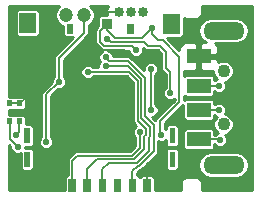
<source format=gbl>
G04 (created by PCBNEW (22-Jun-2014 BZR 4027)-stable) date Thu 04 Dec 2014 22:27:19 CET*
%MOIN*%
G04 Gerber Fmt 3.4, Leading zero omitted, Abs format*
%FSLAX34Y34*%
G01*
G70*
G90*
G04 APERTURE LIST*
%ADD10C,0.00590551*%
%ADD11C,0.012*%
%ADD12O,0.1378X0.0591*%
%ADD13R,0.0787X0.0472*%
%ADD14C,0.0433*%
%ADD15C,0.0334646*%
%ADD16R,0.0334646X0.0334646*%
%ADD17C,0.0472441*%
%ADD18C,0.0215*%
%ADD19C,0.006*%
%ADD20C,0.005*%
%ADD21C,0.0079*%
%ADD22C,0.01*%
G04 APERTURE END LIST*
G54D10*
G36*
X-255Y-3151D02*
X-511Y-3151D01*
X-511Y-2698D01*
X-255Y-2698D01*
X-255Y-3151D01*
X-255Y-3151D01*
G37*
G36*
X237Y-3151D02*
X-19Y-3151D01*
X-19Y-2698D01*
X237Y-2698D01*
X237Y-3151D01*
X237Y-3151D01*
G37*
G36*
X-757Y-3151D02*
X-1013Y-3151D01*
X-1013Y-2698D01*
X-757Y-2698D01*
X-757Y-3151D01*
X-757Y-3151D01*
G37*
G36*
X-1259Y-3151D02*
X-1515Y-3151D01*
X-1515Y-2698D01*
X-1259Y-2698D01*
X-1259Y-3151D01*
X-1259Y-3151D01*
G37*
G36*
X-1761Y-3151D02*
X-2017Y-3151D01*
X-2017Y-2698D01*
X-1761Y-2698D01*
X-1761Y-3151D01*
X-1761Y-3151D01*
G37*
G36*
X-2263Y-3151D02*
X-2519Y-3151D01*
X-2519Y-2698D01*
X-2263Y-2698D01*
X-2263Y-3151D01*
X-2263Y-3151D01*
G37*
G36*
X1033Y-2305D02*
X856Y-2305D01*
X856Y-1793D01*
X1033Y-1793D01*
X1033Y-2305D01*
X1033Y-2305D01*
G37*
G36*
X1033Y-1517D02*
X856Y-1517D01*
X856Y-1005D01*
X1033Y-1005D01*
X1033Y-1517D01*
X1033Y-1517D01*
G37*
G36*
X-3808Y-1517D02*
X-3985Y-1517D01*
X-3985Y-1005D01*
X-3808Y-1005D01*
X-3808Y-1517D01*
X-3808Y-1517D01*
G37*
G36*
X-3808Y-2305D02*
X-3985Y-2305D01*
X-3985Y-1793D01*
X-3808Y-1793D01*
X-3808Y-2305D01*
X-3808Y-2305D01*
G37*
G36*
X1201Y2124D02*
X650Y2124D01*
X650Y2793D01*
X1201Y2793D01*
X1201Y2124D01*
X1201Y2124D01*
G37*
G36*
X-3601Y2164D02*
X-4152Y2164D01*
X-4152Y2833D01*
X-3601Y2833D01*
X-3601Y2164D01*
X-3601Y2164D01*
G37*
G36*
X-345Y2144D02*
X-558Y2144D01*
X-558Y2459D01*
X-345Y2459D01*
X-345Y2144D01*
X-345Y2144D01*
G37*
G36*
X-2353Y2144D02*
X-2566Y2144D01*
X-2566Y2459D01*
X-2353Y2459D01*
X-2353Y2144D01*
X-2353Y2144D01*
G37*
G54D11*
X-1673Y-531D03*
X-1279Y-531D03*
X-2067Y-531D03*
X-2067Y-137D03*
X-1673Y-137D03*
X-1279Y-137D03*
X-1279Y-925D03*
X-1673Y-925D03*
X-2067Y-925D03*
G54D10*
G36*
X-4563Y-687D02*
X-4386Y-687D01*
X-4386Y-884D01*
X-4563Y-884D01*
X-4563Y-687D01*
X-4563Y-687D01*
G37*
G36*
X-4563Y-87D02*
X-4386Y-87D01*
X-4386Y-284D01*
X-4563Y-284D01*
X-4563Y-87D01*
X-4563Y-87D01*
G37*
G36*
X-4243Y-687D02*
X-4066Y-687D01*
X-4066Y-884D01*
X-4243Y-884D01*
X-4243Y-687D01*
X-4243Y-687D01*
G37*
G36*
X-4243Y-87D02*
X-4066Y-87D01*
X-4066Y-284D01*
X-4243Y-284D01*
X-4243Y-87D01*
X-4243Y-87D01*
G37*
G54D12*
X2652Y2245D03*
X2652Y-2243D03*
G54D13*
X1825Y-393D03*
X1825Y401D03*
X1825Y-1377D03*
X1825Y1379D03*
G54D14*
X2652Y-885D03*
X2652Y887D03*
G54D15*
X-829Y2872D03*
X-429Y2872D03*
G54D16*
X-1229Y2472D03*
G54D15*
X-29Y2872D03*
G54D17*
X-2598Y2754D03*
X-2007Y2754D03*
G54D18*
X-260Y1595D03*
X580Y-1225D03*
X-3260Y-1485D03*
X-2840Y535D03*
X260Y2335D03*
X225Y950D03*
X250Y-400D03*
X2500Y400D03*
X2500Y-400D03*
X-140Y-1125D03*
X-1280Y1075D03*
X-1880Y875D03*
X-1280Y1355D03*
X875Y150D03*
X-1220Y1975D03*
X2540Y-1405D03*
X-1900Y1735D03*
X-220Y1235D03*
X260Y1395D03*
X180Y-2245D03*
X2560Y1495D03*
X-3060Y815D03*
X-3800Y795D03*
X-4251Y-1251D03*
X-4212Y-1635D03*
G54D19*
X-2007Y2754D02*
X-2007Y2163D01*
X-2840Y1331D02*
X-2840Y535D01*
X-2007Y2163D02*
X-2840Y1331D01*
X-1460Y2242D02*
X-1229Y2472D01*
X-1460Y1875D02*
X-1460Y2242D01*
X-1320Y1735D02*
X-1460Y1875D01*
X-400Y1735D02*
X-1320Y1735D01*
X-260Y1595D02*
X-400Y1735D01*
X260Y2115D02*
X260Y2335D01*
X460Y1915D02*
X260Y2115D01*
X640Y1915D02*
X460Y1915D01*
X1180Y1375D02*
X640Y1915D01*
X1180Y-125D02*
X1180Y1375D01*
X540Y-765D02*
X1180Y-125D01*
X540Y-1185D02*
X540Y-765D01*
X580Y-1225D02*
X540Y-1185D01*
X-3260Y115D02*
X-3260Y-1485D01*
X-2840Y535D02*
X-3260Y115D01*
X-1229Y2264D02*
X-1229Y2472D01*
X260Y2335D02*
X-80Y1995D01*
X-80Y1995D02*
X-960Y1995D01*
X-960Y1995D02*
X-1229Y2264D01*
G54D20*
X225Y-375D02*
X225Y950D01*
X250Y-400D02*
X225Y-375D01*
X2499Y401D02*
X1825Y401D01*
X2500Y400D02*
X2499Y401D01*
X2493Y-393D02*
X1825Y-393D01*
X2500Y-400D02*
X2493Y-393D01*
X-2391Y-2096D02*
X-2391Y-2925D01*
X-2220Y-1925D02*
X-2391Y-2096D01*
X-400Y-1925D02*
X-2220Y-1925D01*
X-140Y-1665D02*
X-400Y-1925D01*
X-140Y-1125D02*
X-140Y-1665D01*
X-1387Y-2925D02*
X-1387Y-2372D01*
X-540Y1075D02*
X-1280Y1075D01*
X-99Y634D02*
X-540Y1075D01*
X-99Y-685D02*
X-99Y634D01*
X200Y-985D02*
X-99Y-685D01*
X200Y-1285D02*
X200Y-985D01*
X160Y-1325D02*
X200Y-1285D01*
X160Y-1765D02*
X160Y-1325D01*
X-240Y-2165D02*
X160Y-1765D01*
X-1180Y-2165D02*
X-240Y-2165D01*
X-1387Y-2372D02*
X-1180Y-2165D01*
X-1889Y-2925D02*
X-1889Y-2374D01*
X-500Y875D02*
X-1880Y875D01*
X-200Y575D02*
X-500Y875D01*
X-200Y-785D02*
X-200Y575D01*
X60Y-1045D02*
X-200Y-785D01*
X60Y-1225D02*
X60Y-1045D01*
X0Y-1285D02*
X60Y-1225D01*
X0Y-1705D02*
X0Y-1285D01*
X-340Y-2045D02*
X0Y-1705D01*
X-1560Y-2045D02*
X-340Y-2045D01*
X-1889Y-2374D02*
X-1560Y-2045D01*
X-383Y-2448D02*
X-200Y-2265D01*
X-200Y-2265D02*
X-160Y-2265D01*
X-160Y-2265D02*
X320Y-1785D01*
X320Y-1785D02*
X320Y-904D01*
X320Y-904D02*
X20Y-604D01*
X20Y-604D02*
X20Y675D01*
X20Y675D02*
X-540Y1235D01*
X-540Y1235D02*
X-1160Y1235D01*
X-1160Y1235D02*
X-1280Y1355D01*
X-383Y-2925D02*
X-383Y-2448D01*
X875Y850D02*
X875Y150D01*
X725Y1000D02*
X875Y850D01*
X100Y1755D02*
X120Y1735D01*
X120Y1735D02*
X520Y1735D01*
X520Y1735D02*
X725Y1530D01*
X725Y1530D02*
X725Y1000D01*
X0Y1855D02*
X100Y1755D01*
X-1100Y1855D02*
X0Y1855D01*
X-1220Y1975D02*
X-1100Y1855D01*
X2512Y-1377D02*
X1825Y-1377D01*
X2540Y-1405D02*
X2512Y-1377D01*
G54D21*
X-4154Y-185D02*
X-4140Y-185D01*
X-4035Y-80D02*
X-4035Y-80D01*
X-4140Y-185D02*
X-4035Y-80D01*
X-4474Y-185D02*
X-4154Y-185D01*
X-1750Y1585D02*
X-1900Y1735D01*
X-650Y1585D02*
X-1750Y1585D01*
X-300Y1235D02*
X-650Y1585D01*
X-220Y1235D02*
X-300Y1235D01*
X100Y1235D02*
X-220Y1235D01*
X260Y1395D02*
X100Y1235D01*
X-3800Y75D02*
X-3800Y795D01*
X-4035Y-80D02*
X-3980Y-25D01*
X-3980Y-25D02*
X-3900Y-25D01*
X-3900Y-25D02*
X-3800Y75D01*
X-4105Y-150D02*
X-4035Y-80D01*
X109Y-2925D02*
X109Y-2316D01*
X109Y-2316D02*
X180Y-2245D01*
X-1900Y1735D02*
X-1900Y1755D01*
X-1900Y1755D02*
X-1620Y2035D01*
X-1620Y2035D02*
X-1620Y2635D01*
X-1620Y2635D02*
X-1382Y2872D01*
X-1382Y2872D02*
X-829Y2872D01*
X-1800Y1635D02*
X-1900Y1735D01*
X1825Y1379D02*
X2444Y1379D01*
X2444Y1379D02*
X2560Y1495D01*
X-3060Y815D02*
X-3080Y795D01*
X-3080Y795D02*
X-3800Y795D01*
G54D20*
X-4154Y-1154D02*
X-4154Y-785D01*
X-4251Y-1251D02*
X-4154Y-1154D01*
X-4474Y-785D02*
X-4474Y-1372D01*
X-4474Y-1372D02*
X-4212Y-1635D01*
G54D10*
G36*
X-1610Y-550D02*
X-1653Y-593D01*
X-1673Y-573D01*
X-1692Y-593D01*
X-1735Y-550D01*
X-1715Y-531D01*
X-1735Y-511D01*
X-1692Y-468D01*
X-1673Y-488D01*
X-1653Y-468D01*
X-1610Y-511D01*
X-1630Y-531D01*
X-1610Y-550D01*
X-1610Y-550D01*
G37*
G54D22*
X-1610Y-550D02*
X-1653Y-593D01*
X-1673Y-573D01*
X-1692Y-593D01*
X-1735Y-550D01*
X-1715Y-531D01*
X-1735Y-511D01*
X-1692Y-468D01*
X-1673Y-488D01*
X-1653Y-468D01*
X-1610Y-511D01*
X-1630Y-531D01*
X-1610Y-550D01*
G54D10*
G36*
X-753Y2867D02*
X-824Y2796D01*
X-829Y2801D01*
X-835Y2796D01*
X-906Y2867D01*
X-900Y2872D01*
X-906Y2878D01*
X-835Y2948D01*
X-829Y2943D01*
X-824Y2948D01*
X-753Y2878D01*
X-759Y2872D01*
X-753Y2867D01*
X-753Y2867D01*
G37*
G54D22*
X-753Y2867D02*
X-824Y2796D01*
X-829Y2801D01*
X-835Y2796D01*
X-906Y2867D01*
X-900Y2872D01*
X-906Y2878D01*
X-835Y2948D01*
X-829Y2943D01*
X-824Y2948D01*
X-753Y2878D01*
X-759Y2872D01*
X-753Y2867D01*
G54D10*
G36*
X-276Y-926D02*
X-340Y-990D01*
X-376Y-1077D01*
X-376Y-1171D01*
X-340Y-1258D01*
X-294Y-1305D01*
X-294Y-1601D01*
X-463Y-1771D01*
X-966Y-1771D01*
X-966Y-969D01*
X-966Y-575D01*
X-966Y-181D01*
X-972Y-58D01*
X-1006Y23D01*
X-1079Y19D01*
X-1118Y-18D01*
X-1118Y135D01*
X-1234Y175D01*
X-1357Y169D01*
X-1439Y135D01*
X-1435Y62D01*
X-1279Y-94D01*
X-1122Y62D01*
X-1118Y135D01*
X-1118Y-18D01*
X-1236Y-137D01*
X-1079Y-293D01*
X-1006Y-297D01*
X-966Y-181D01*
X-966Y-575D01*
X-972Y-452D01*
X-1006Y-370D01*
X-1079Y-374D01*
X-1236Y-531D01*
X-1079Y-687D01*
X-1006Y-691D01*
X-966Y-575D01*
X-966Y-969D01*
X-972Y-846D01*
X-1006Y-764D01*
X-1079Y-768D01*
X-1118Y-806D01*
X-1118Y-803D01*
X-1122Y-730D01*
X-1124Y-728D01*
X-1122Y-725D01*
X-1118Y-652D01*
X-1234Y-612D01*
X-1240Y-612D01*
X-1279Y-573D01*
X-1298Y-593D01*
X-1341Y-550D01*
X-1321Y-531D01*
X-1341Y-511D01*
X-1298Y-468D01*
X-1279Y-488D01*
X-1235Y-445D01*
X-1200Y-443D01*
X-1118Y-409D01*
X-1122Y-336D01*
X-1124Y-334D01*
X-1122Y-331D01*
X-1118Y-258D01*
X-1234Y-218D01*
X-1240Y-218D01*
X-1279Y-179D01*
X-1298Y-199D01*
X-1341Y-156D01*
X-1321Y-137D01*
X-1364Y-93D01*
X-1366Y-58D01*
X-1400Y23D01*
X-1473Y19D01*
X-1476Y17D01*
X-1478Y19D01*
X-1512Y21D01*
X-1512Y135D01*
X-1628Y175D01*
X-1751Y169D01*
X-1833Y135D01*
X-1829Y62D01*
X-1673Y-94D01*
X-1516Y62D01*
X-1512Y135D01*
X-1512Y21D01*
X-1551Y23D01*
X-1591Y-92D01*
X-1591Y-98D01*
X-1630Y-137D01*
X-1610Y-156D01*
X-1653Y-199D01*
X-1673Y-179D01*
X-1692Y-199D01*
X-1735Y-156D01*
X-1715Y-137D01*
X-1758Y-93D01*
X-1760Y-58D01*
X-1794Y23D01*
X-1867Y19D01*
X-1870Y17D01*
X-1872Y19D01*
X-1906Y21D01*
X-1906Y135D01*
X-2022Y175D01*
X-2145Y169D01*
X-2227Y135D01*
X-2223Y62D01*
X-2067Y-94D01*
X-1910Y62D01*
X-1906Y135D01*
X-1906Y21D01*
X-1945Y23D01*
X-1985Y-92D01*
X-1985Y-98D01*
X-2024Y-137D01*
X-2004Y-156D01*
X-2047Y-199D01*
X-2067Y-179D01*
X-2109Y-221D01*
X-2109Y-137D01*
X-2266Y19D01*
X-2339Y23D01*
X-2379Y-92D01*
X-2373Y-215D01*
X-2339Y-297D01*
X-2266Y-293D01*
X-2109Y-137D01*
X-2109Y-221D01*
X-2110Y-222D01*
X-2145Y-224D01*
X-2227Y-258D01*
X-2223Y-331D01*
X-2221Y-334D01*
X-2223Y-336D01*
X-2227Y-409D01*
X-2111Y-449D01*
X-2105Y-449D01*
X-2067Y-488D01*
X-2047Y-468D01*
X-2004Y-511D01*
X-2024Y-531D01*
X-2004Y-550D01*
X-2047Y-593D01*
X-2067Y-573D01*
X-2109Y-615D01*
X-2109Y-531D01*
X-2266Y-374D01*
X-2339Y-370D01*
X-2379Y-486D01*
X-2373Y-609D01*
X-2339Y-691D01*
X-2266Y-687D01*
X-2109Y-531D01*
X-2109Y-615D01*
X-2110Y-616D01*
X-2145Y-618D01*
X-2227Y-652D01*
X-2223Y-725D01*
X-2221Y-728D01*
X-2223Y-730D01*
X-2227Y-803D01*
X-2111Y-843D01*
X-2105Y-843D01*
X-2067Y-882D01*
X-2047Y-862D01*
X-2004Y-905D01*
X-2024Y-925D01*
X-1981Y-968D01*
X-1979Y-1003D01*
X-1945Y-1085D01*
X-1872Y-1081D01*
X-1870Y-1079D01*
X-1867Y-1081D01*
X-1794Y-1085D01*
X-1754Y-969D01*
X-1754Y-963D01*
X-1715Y-925D01*
X-1735Y-905D01*
X-1692Y-862D01*
X-1673Y-882D01*
X-1653Y-862D01*
X-1610Y-905D01*
X-1630Y-925D01*
X-1587Y-968D01*
X-1585Y-1003D01*
X-1551Y-1085D01*
X-1478Y-1081D01*
X-1476Y-1079D01*
X-1473Y-1081D01*
X-1400Y-1085D01*
X-1360Y-969D01*
X-1360Y-963D01*
X-1321Y-925D01*
X-1341Y-905D01*
X-1298Y-862D01*
X-1279Y-882D01*
X-1235Y-839D01*
X-1200Y-837D01*
X-1118Y-803D01*
X-1118Y-806D01*
X-1236Y-925D01*
X-1079Y-1081D01*
X-1006Y-1085D01*
X-966Y-969D01*
X-966Y-1771D01*
X-1118Y-1771D01*
X-1118Y-1197D01*
X-1122Y-1124D01*
X-1279Y-967D01*
X-1435Y-1124D01*
X-1439Y-1197D01*
X-1323Y-1237D01*
X-1200Y-1231D01*
X-1118Y-1197D01*
X-1118Y-1771D01*
X-1512Y-1771D01*
X-1512Y-1197D01*
X-1516Y-1124D01*
X-1673Y-967D01*
X-1829Y-1124D01*
X-1833Y-1197D01*
X-1717Y-1237D01*
X-1594Y-1231D01*
X-1512Y-1197D01*
X-1512Y-1771D01*
X-1906Y-1771D01*
X-1906Y-1197D01*
X-1910Y-1124D01*
X-2067Y-967D01*
X-2109Y-1009D01*
X-2109Y-925D01*
X-2266Y-768D01*
X-2339Y-764D01*
X-2379Y-880D01*
X-2373Y-1003D01*
X-2339Y-1085D01*
X-2266Y-1081D01*
X-2109Y-925D01*
X-2109Y-1009D01*
X-2223Y-1124D01*
X-2227Y-1197D01*
X-2111Y-1237D01*
X-1988Y-1231D01*
X-1906Y-1197D01*
X-1906Y-1771D01*
X-2220Y-1771D01*
X-2278Y-1782D01*
X-2328Y-1816D01*
X-2499Y-1987D01*
X-2533Y-2037D01*
X-2545Y-2096D01*
X-2545Y-2569D01*
X-2591Y-2589D01*
X-2628Y-2625D01*
X-2647Y-2672D01*
X-2648Y-2724D01*
X-2648Y-3061D01*
X-4487Y-3061D01*
X-4487Y-1578D01*
X-4449Y-1616D01*
X-4449Y-1682D01*
X-4413Y-1769D01*
X-4346Y-1835D01*
X-4259Y-1871D01*
X-4165Y-1871D01*
X-4114Y-1850D01*
X-4114Y-2330D01*
X-4094Y-2377D01*
X-4058Y-2414D01*
X-4011Y-2433D01*
X-3959Y-2434D01*
X-3782Y-2434D01*
X-3735Y-2414D01*
X-3699Y-2378D01*
X-3679Y-2330D01*
X-3679Y-2279D01*
X-3679Y-1767D01*
X-3699Y-1720D01*
X-3735Y-1683D01*
X-3782Y-1664D01*
X-3834Y-1663D01*
X-3976Y-1663D01*
X-3976Y-1646D01*
X-3959Y-1646D01*
X-3782Y-1646D01*
X-3735Y-1626D01*
X-3699Y-1590D01*
X-3679Y-1542D01*
X-3679Y-1491D01*
X-3679Y-979D01*
X-3699Y-932D01*
X-3735Y-895D01*
X-3782Y-876D01*
X-3834Y-875D01*
X-3937Y-875D01*
X-3937Y-858D01*
X-3937Y-661D01*
X-3957Y-614D01*
X-3993Y-577D01*
X-4040Y-558D01*
X-4092Y-558D01*
X-4269Y-558D01*
X-4315Y-577D01*
X-4360Y-558D01*
X-4412Y-558D01*
X-4487Y-558D01*
X-4487Y-413D01*
X-4360Y-413D01*
X-4314Y-394D01*
X-4269Y-413D01*
X-4217Y-413D01*
X-4040Y-413D01*
X-3993Y-393D01*
X-3957Y-357D01*
X-3937Y-309D01*
X-3937Y-258D01*
X-3937Y-61D01*
X-3957Y-14D01*
X-3993Y22D01*
X-4040Y41D01*
X-4092Y41D01*
X-4269Y41D01*
X-4315Y22D01*
X-4360Y41D01*
X-4412Y41D01*
X-4487Y41D01*
X-4487Y3048D01*
X-2820Y3048D01*
X-2907Y2961D01*
X-2963Y2827D01*
X-2963Y2682D01*
X-2908Y2547D01*
X-2805Y2445D01*
X-2695Y2399D01*
X-2695Y2118D01*
X-2675Y2071D01*
X-2639Y2035D01*
X-2592Y2015D01*
X-2540Y2015D01*
X-2381Y2015D01*
X-2952Y1444D01*
X-2986Y1392D01*
X-2999Y1331D01*
X-2999Y710D01*
X-3040Y669D01*
X-3076Y582D01*
X-3076Y523D01*
X-3372Y227D01*
X-3406Y175D01*
X-3419Y115D01*
X-3419Y-1309D01*
X-3460Y-1350D01*
X-3472Y-1379D01*
X-3472Y2190D01*
X-3472Y2859D01*
X-3492Y2906D01*
X-3528Y2942D01*
X-3575Y2962D01*
X-3627Y2962D01*
X-4178Y2962D01*
X-4225Y2942D01*
X-4261Y2906D01*
X-4281Y2859D01*
X-4281Y2807D01*
X-4281Y2138D01*
X-4261Y2091D01*
X-4225Y2055D01*
X-4178Y2035D01*
X-4126Y2035D01*
X-3575Y2035D01*
X-3528Y2055D01*
X-3492Y2091D01*
X-3472Y2138D01*
X-3472Y2190D01*
X-3472Y-1379D01*
X-3496Y-1437D01*
X-3496Y-1531D01*
X-3460Y-1618D01*
X-3394Y-1685D01*
X-3307Y-1721D01*
X-3213Y-1721D01*
X-3126Y-1685D01*
X-3059Y-1619D01*
X-3023Y-1532D01*
X-3023Y-1438D01*
X-3059Y-1351D01*
X-3101Y-1309D01*
X-3101Y49D01*
X-2851Y298D01*
X-2793Y298D01*
X-2706Y334D01*
X-2639Y400D01*
X-2603Y487D01*
X-2603Y581D01*
X-2639Y668D01*
X-2681Y710D01*
X-2681Y1265D01*
X-1895Y2051D01*
X-1895Y2051D01*
X-1860Y2103D01*
X-1848Y2163D01*
X-1848Y2163D01*
X-1848Y2425D01*
X-1801Y2444D01*
X-1698Y2547D01*
X-1642Y2681D01*
X-1642Y2826D01*
X-1698Y2961D01*
X-1785Y3048D01*
X-1211Y3048D01*
X-1252Y2922D01*
X-1240Y2768D01*
X-1422Y2768D01*
X-1470Y2749D01*
X-1506Y2713D01*
X-1526Y2665D01*
X-1526Y2614D01*
X-1526Y2401D01*
X-1572Y2354D01*
X-1606Y2303D01*
X-1619Y2242D01*
X-1619Y1875D01*
X-1606Y1814D01*
X-1572Y1762D01*
X-1432Y1622D01*
X-1380Y1588D01*
X-1380Y1588D01*
X-1350Y1581D01*
X-1413Y1555D01*
X-1480Y1489D01*
X-1516Y1402D01*
X-1516Y1308D01*
X-1480Y1221D01*
X-1474Y1215D01*
X-1480Y1209D01*
X-1516Y1122D01*
X-1516Y1029D01*
X-1699Y1029D01*
X-1745Y1075D01*
X-1832Y1111D01*
X-1926Y1111D01*
X-2013Y1075D01*
X-2080Y1009D01*
X-2116Y922D01*
X-2116Y828D01*
X-2080Y741D01*
X-2014Y674D01*
X-1927Y638D01*
X-1833Y638D01*
X-1746Y674D01*
X-1699Y721D01*
X-563Y721D01*
X-354Y511D01*
X-354Y-785D01*
X-342Y-843D01*
X-308Y-893D01*
X-276Y-926D01*
X-276Y-926D01*
G37*
G54D22*
X-276Y-926D02*
X-340Y-990D01*
X-376Y-1077D01*
X-376Y-1171D01*
X-340Y-1258D01*
X-294Y-1305D01*
X-294Y-1601D01*
X-463Y-1771D01*
X-966Y-1771D01*
X-966Y-969D01*
X-966Y-575D01*
X-966Y-181D01*
X-972Y-58D01*
X-1006Y23D01*
X-1079Y19D01*
X-1118Y-18D01*
X-1118Y135D01*
X-1234Y175D01*
X-1357Y169D01*
X-1439Y135D01*
X-1435Y62D01*
X-1279Y-94D01*
X-1122Y62D01*
X-1118Y135D01*
X-1118Y-18D01*
X-1236Y-137D01*
X-1079Y-293D01*
X-1006Y-297D01*
X-966Y-181D01*
X-966Y-575D01*
X-972Y-452D01*
X-1006Y-370D01*
X-1079Y-374D01*
X-1236Y-531D01*
X-1079Y-687D01*
X-1006Y-691D01*
X-966Y-575D01*
X-966Y-969D01*
X-972Y-846D01*
X-1006Y-764D01*
X-1079Y-768D01*
X-1118Y-806D01*
X-1118Y-803D01*
X-1122Y-730D01*
X-1124Y-728D01*
X-1122Y-725D01*
X-1118Y-652D01*
X-1234Y-612D01*
X-1240Y-612D01*
X-1279Y-573D01*
X-1298Y-593D01*
X-1341Y-550D01*
X-1321Y-531D01*
X-1341Y-511D01*
X-1298Y-468D01*
X-1279Y-488D01*
X-1235Y-445D01*
X-1200Y-443D01*
X-1118Y-409D01*
X-1122Y-336D01*
X-1124Y-334D01*
X-1122Y-331D01*
X-1118Y-258D01*
X-1234Y-218D01*
X-1240Y-218D01*
X-1279Y-179D01*
X-1298Y-199D01*
X-1341Y-156D01*
X-1321Y-137D01*
X-1364Y-93D01*
X-1366Y-58D01*
X-1400Y23D01*
X-1473Y19D01*
X-1476Y17D01*
X-1478Y19D01*
X-1512Y21D01*
X-1512Y135D01*
X-1628Y175D01*
X-1751Y169D01*
X-1833Y135D01*
X-1829Y62D01*
X-1673Y-94D01*
X-1516Y62D01*
X-1512Y135D01*
X-1512Y21D01*
X-1551Y23D01*
X-1591Y-92D01*
X-1591Y-98D01*
X-1630Y-137D01*
X-1610Y-156D01*
X-1653Y-199D01*
X-1673Y-179D01*
X-1692Y-199D01*
X-1735Y-156D01*
X-1715Y-137D01*
X-1758Y-93D01*
X-1760Y-58D01*
X-1794Y23D01*
X-1867Y19D01*
X-1870Y17D01*
X-1872Y19D01*
X-1906Y21D01*
X-1906Y135D01*
X-2022Y175D01*
X-2145Y169D01*
X-2227Y135D01*
X-2223Y62D01*
X-2067Y-94D01*
X-1910Y62D01*
X-1906Y135D01*
X-1906Y21D01*
X-1945Y23D01*
X-1985Y-92D01*
X-1985Y-98D01*
X-2024Y-137D01*
X-2004Y-156D01*
X-2047Y-199D01*
X-2067Y-179D01*
X-2109Y-221D01*
X-2109Y-137D01*
X-2266Y19D01*
X-2339Y23D01*
X-2379Y-92D01*
X-2373Y-215D01*
X-2339Y-297D01*
X-2266Y-293D01*
X-2109Y-137D01*
X-2109Y-221D01*
X-2110Y-222D01*
X-2145Y-224D01*
X-2227Y-258D01*
X-2223Y-331D01*
X-2221Y-334D01*
X-2223Y-336D01*
X-2227Y-409D01*
X-2111Y-449D01*
X-2105Y-449D01*
X-2067Y-488D01*
X-2047Y-468D01*
X-2004Y-511D01*
X-2024Y-531D01*
X-2004Y-550D01*
X-2047Y-593D01*
X-2067Y-573D01*
X-2109Y-615D01*
X-2109Y-531D01*
X-2266Y-374D01*
X-2339Y-370D01*
X-2379Y-486D01*
X-2373Y-609D01*
X-2339Y-691D01*
X-2266Y-687D01*
X-2109Y-531D01*
X-2109Y-615D01*
X-2110Y-616D01*
X-2145Y-618D01*
X-2227Y-652D01*
X-2223Y-725D01*
X-2221Y-728D01*
X-2223Y-730D01*
X-2227Y-803D01*
X-2111Y-843D01*
X-2105Y-843D01*
X-2067Y-882D01*
X-2047Y-862D01*
X-2004Y-905D01*
X-2024Y-925D01*
X-1981Y-968D01*
X-1979Y-1003D01*
X-1945Y-1085D01*
X-1872Y-1081D01*
X-1870Y-1079D01*
X-1867Y-1081D01*
X-1794Y-1085D01*
X-1754Y-969D01*
X-1754Y-963D01*
X-1715Y-925D01*
X-1735Y-905D01*
X-1692Y-862D01*
X-1673Y-882D01*
X-1653Y-862D01*
X-1610Y-905D01*
X-1630Y-925D01*
X-1587Y-968D01*
X-1585Y-1003D01*
X-1551Y-1085D01*
X-1478Y-1081D01*
X-1476Y-1079D01*
X-1473Y-1081D01*
X-1400Y-1085D01*
X-1360Y-969D01*
X-1360Y-963D01*
X-1321Y-925D01*
X-1341Y-905D01*
X-1298Y-862D01*
X-1279Y-882D01*
X-1235Y-839D01*
X-1200Y-837D01*
X-1118Y-803D01*
X-1118Y-806D01*
X-1236Y-925D01*
X-1079Y-1081D01*
X-1006Y-1085D01*
X-966Y-969D01*
X-966Y-1771D01*
X-1118Y-1771D01*
X-1118Y-1197D01*
X-1122Y-1124D01*
X-1279Y-967D01*
X-1435Y-1124D01*
X-1439Y-1197D01*
X-1323Y-1237D01*
X-1200Y-1231D01*
X-1118Y-1197D01*
X-1118Y-1771D01*
X-1512Y-1771D01*
X-1512Y-1197D01*
X-1516Y-1124D01*
X-1673Y-967D01*
X-1829Y-1124D01*
X-1833Y-1197D01*
X-1717Y-1237D01*
X-1594Y-1231D01*
X-1512Y-1197D01*
X-1512Y-1771D01*
X-1906Y-1771D01*
X-1906Y-1197D01*
X-1910Y-1124D01*
X-2067Y-967D01*
X-2109Y-1009D01*
X-2109Y-925D01*
X-2266Y-768D01*
X-2339Y-764D01*
X-2379Y-880D01*
X-2373Y-1003D01*
X-2339Y-1085D01*
X-2266Y-1081D01*
X-2109Y-925D01*
X-2109Y-1009D01*
X-2223Y-1124D01*
X-2227Y-1197D01*
X-2111Y-1237D01*
X-1988Y-1231D01*
X-1906Y-1197D01*
X-1906Y-1771D01*
X-2220Y-1771D01*
X-2278Y-1782D01*
X-2328Y-1816D01*
X-2499Y-1987D01*
X-2533Y-2037D01*
X-2545Y-2096D01*
X-2545Y-2569D01*
X-2591Y-2589D01*
X-2628Y-2625D01*
X-2647Y-2672D01*
X-2648Y-2724D01*
X-2648Y-3061D01*
X-4487Y-3061D01*
X-4487Y-1578D01*
X-4449Y-1616D01*
X-4449Y-1682D01*
X-4413Y-1769D01*
X-4346Y-1835D01*
X-4259Y-1871D01*
X-4165Y-1871D01*
X-4114Y-1850D01*
X-4114Y-2330D01*
X-4094Y-2377D01*
X-4058Y-2414D01*
X-4011Y-2433D01*
X-3959Y-2434D01*
X-3782Y-2434D01*
X-3735Y-2414D01*
X-3699Y-2378D01*
X-3679Y-2330D01*
X-3679Y-2279D01*
X-3679Y-1767D01*
X-3699Y-1720D01*
X-3735Y-1683D01*
X-3782Y-1664D01*
X-3834Y-1663D01*
X-3976Y-1663D01*
X-3976Y-1646D01*
X-3959Y-1646D01*
X-3782Y-1646D01*
X-3735Y-1626D01*
X-3699Y-1590D01*
X-3679Y-1542D01*
X-3679Y-1491D01*
X-3679Y-979D01*
X-3699Y-932D01*
X-3735Y-895D01*
X-3782Y-876D01*
X-3834Y-875D01*
X-3937Y-875D01*
X-3937Y-858D01*
X-3937Y-661D01*
X-3957Y-614D01*
X-3993Y-577D01*
X-4040Y-558D01*
X-4092Y-558D01*
X-4269Y-558D01*
X-4315Y-577D01*
X-4360Y-558D01*
X-4412Y-558D01*
X-4487Y-558D01*
X-4487Y-413D01*
X-4360Y-413D01*
X-4314Y-394D01*
X-4269Y-413D01*
X-4217Y-413D01*
X-4040Y-413D01*
X-3993Y-393D01*
X-3957Y-357D01*
X-3937Y-309D01*
X-3937Y-258D01*
X-3937Y-61D01*
X-3957Y-14D01*
X-3993Y22D01*
X-4040Y41D01*
X-4092Y41D01*
X-4269Y41D01*
X-4315Y22D01*
X-4360Y41D01*
X-4412Y41D01*
X-4487Y41D01*
X-4487Y3048D01*
X-2820Y3048D01*
X-2907Y2961D01*
X-2963Y2827D01*
X-2963Y2682D01*
X-2908Y2547D01*
X-2805Y2445D01*
X-2695Y2399D01*
X-2695Y2118D01*
X-2675Y2071D01*
X-2639Y2035D01*
X-2592Y2015D01*
X-2540Y2015D01*
X-2381Y2015D01*
X-2952Y1444D01*
X-2986Y1392D01*
X-2999Y1331D01*
X-2999Y710D01*
X-3040Y669D01*
X-3076Y582D01*
X-3076Y523D01*
X-3372Y227D01*
X-3406Y175D01*
X-3419Y115D01*
X-3419Y-1309D01*
X-3460Y-1350D01*
X-3472Y-1379D01*
X-3472Y2190D01*
X-3472Y2859D01*
X-3492Y2906D01*
X-3528Y2942D01*
X-3575Y2962D01*
X-3627Y2962D01*
X-4178Y2962D01*
X-4225Y2942D01*
X-4261Y2906D01*
X-4281Y2859D01*
X-4281Y2807D01*
X-4281Y2138D01*
X-4261Y2091D01*
X-4225Y2055D01*
X-4178Y2035D01*
X-4126Y2035D01*
X-3575Y2035D01*
X-3528Y2055D01*
X-3492Y2091D01*
X-3472Y2138D01*
X-3472Y2190D01*
X-3472Y-1379D01*
X-3496Y-1437D01*
X-3496Y-1531D01*
X-3460Y-1618D01*
X-3394Y-1685D01*
X-3307Y-1721D01*
X-3213Y-1721D01*
X-3126Y-1685D01*
X-3059Y-1619D01*
X-3023Y-1532D01*
X-3023Y-1438D01*
X-3059Y-1351D01*
X-3101Y-1309D01*
X-3101Y49D01*
X-2851Y298D01*
X-2793Y298D01*
X-2706Y334D01*
X-2639Y400D01*
X-2603Y487D01*
X-2603Y581D01*
X-2639Y668D01*
X-2681Y710D01*
X-2681Y1265D01*
X-1895Y2051D01*
X-1895Y2051D01*
X-1860Y2103D01*
X-1848Y2163D01*
X-1848Y2163D01*
X-1848Y2425D01*
X-1801Y2444D01*
X-1698Y2547D01*
X-1642Y2681D01*
X-1642Y2826D01*
X-1698Y2961D01*
X-1785Y3048D01*
X-1211Y3048D01*
X-1252Y2922D01*
X-1240Y2768D01*
X-1422Y2768D01*
X-1470Y2749D01*
X-1506Y2713D01*
X-1526Y2665D01*
X-1526Y2614D01*
X-1526Y2401D01*
X-1572Y2354D01*
X-1606Y2303D01*
X-1619Y2242D01*
X-1619Y1875D01*
X-1606Y1814D01*
X-1572Y1762D01*
X-1432Y1622D01*
X-1380Y1588D01*
X-1380Y1588D01*
X-1350Y1581D01*
X-1413Y1555D01*
X-1480Y1489D01*
X-1516Y1402D01*
X-1516Y1308D01*
X-1480Y1221D01*
X-1474Y1215D01*
X-1480Y1209D01*
X-1516Y1122D01*
X-1516Y1029D01*
X-1699Y1029D01*
X-1745Y1075D01*
X-1832Y1111D01*
X-1926Y1111D01*
X-2013Y1075D01*
X-2080Y1009D01*
X-2116Y922D01*
X-2116Y828D01*
X-2080Y741D01*
X-2014Y674D01*
X-1927Y638D01*
X-1833Y638D01*
X-1746Y674D01*
X-1699Y721D01*
X-563Y721D01*
X-354Y511D01*
X-354Y-785D01*
X-342Y-843D01*
X-308Y-893D01*
X-276Y-926D01*
G54D10*
G36*
X1021Y-59D02*
X427Y-652D01*
X393Y-704D01*
X383Y-750D01*
X269Y-636D01*
X296Y-636D01*
X383Y-600D01*
X450Y-534D01*
X486Y-447D01*
X486Y-353D01*
X450Y-266D01*
X384Y-199D01*
X379Y-197D01*
X379Y769D01*
X425Y815D01*
X461Y902D01*
X461Y996D01*
X425Y1083D01*
X359Y1150D01*
X272Y1186D01*
X178Y1186D01*
X91Y1150D01*
X24Y1084D01*
X-11Y997D01*
X-11Y924D01*
X-431Y1343D01*
X-481Y1377D01*
X-540Y1389D01*
X-1043Y1389D01*
X-1043Y1401D01*
X-1079Y1488D01*
X-1145Y1555D01*
X-1195Y1576D01*
X-496Y1576D01*
X-496Y1548D01*
X-460Y1461D01*
X-394Y1394D01*
X-307Y1358D01*
X-213Y1358D01*
X-126Y1394D01*
X-59Y1460D01*
X-23Y1547D01*
X-23Y1641D01*
X-36Y1673D01*
X-8Y1646D01*
X11Y1626D01*
X61Y1592D01*
X61Y1592D01*
X120Y1581D01*
X456Y1581D01*
X571Y1466D01*
X571Y1000D01*
X582Y941D01*
X616Y891D01*
X721Y786D01*
X721Y330D01*
X674Y284D01*
X638Y197D01*
X638Y103D01*
X674Y16D01*
X740Y-50D01*
X827Y-86D01*
X921Y-86D01*
X1008Y-50D01*
X1021Y-38D01*
X1021Y-59D01*
X1021Y-59D01*
G37*
G54D22*
X1021Y-59D02*
X427Y-652D01*
X393Y-704D01*
X383Y-750D01*
X269Y-636D01*
X296Y-636D01*
X383Y-600D01*
X450Y-534D01*
X486Y-447D01*
X486Y-353D01*
X450Y-266D01*
X384Y-199D01*
X379Y-197D01*
X379Y769D01*
X425Y815D01*
X461Y902D01*
X461Y996D01*
X425Y1083D01*
X359Y1150D01*
X272Y1186D01*
X178Y1186D01*
X91Y1150D01*
X24Y1084D01*
X-11Y997D01*
X-11Y924D01*
X-431Y1343D01*
X-481Y1377D01*
X-540Y1389D01*
X-1043Y1389D01*
X-1043Y1401D01*
X-1079Y1488D01*
X-1145Y1555D01*
X-1195Y1576D01*
X-496Y1576D01*
X-496Y1548D01*
X-460Y1461D01*
X-394Y1394D01*
X-307Y1358D01*
X-213Y1358D01*
X-126Y1394D01*
X-59Y1460D01*
X-23Y1547D01*
X-23Y1641D01*
X-36Y1673D01*
X-8Y1646D01*
X11Y1626D01*
X61Y1592D01*
X61Y1592D01*
X120Y1581D01*
X456Y1581D01*
X571Y1466D01*
X571Y1000D01*
X582Y941D01*
X616Y891D01*
X721Y786D01*
X721Y330D01*
X674Y284D01*
X638Y197D01*
X638Y103D01*
X674Y16D01*
X740Y-50D01*
X827Y-86D01*
X921Y-86D01*
X1008Y-50D01*
X1021Y-38D01*
X1021Y-59D01*
G54D10*
G36*
X3591Y-3061D02*
X3486Y-3061D01*
X3486Y-2243D01*
X3486Y2245D01*
X3453Y2407D01*
X3361Y2545D01*
X3223Y2637D01*
X3061Y2669D01*
X2242Y2669D01*
X2080Y2637D01*
X1942Y2545D01*
X1850Y2407D01*
X1817Y2245D01*
X1850Y2082D01*
X1942Y1944D01*
X2061Y1865D01*
X1937Y1865D01*
X1875Y1802D01*
X1875Y1429D01*
X2406Y1429D01*
X2468Y1491D01*
X2468Y1565D01*
X2468Y1664D01*
X2430Y1756D01*
X2366Y1820D01*
X3061Y1820D01*
X3223Y1852D01*
X3361Y1944D01*
X3453Y2082D01*
X3486Y2245D01*
X3486Y-2243D01*
X3453Y-2080D01*
X3361Y-1942D01*
X3223Y-1850D01*
X3061Y-1818D01*
X2242Y-1818D01*
X2080Y-1850D01*
X1942Y-1942D01*
X1850Y-2080D01*
X1817Y-2243D01*
X1850Y-2405D01*
X1942Y-2543D01*
X2080Y-2635D01*
X2242Y-2667D01*
X3061Y-2667D01*
X3223Y-2635D01*
X3361Y-2543D01*
X3453Y-2405D01*
X3486Y-2243D01*
X3486Y-3061D01*
X1920Y-3061D01*
X1920Y-2796D01*
X1908Y-2739D01*
X1876Y-2691D01*
X1828Y-2659D01*
X1771Y-2648D01*
X1377Y-2648D01*
X1321Y-2659D01*
X1272Y-2691D01*
X1240Y-2739D01*
X1229Y-2796D01*
X1229Y-3061D01*
X1162Y-3061D01*
X1162Y-2279D01*
X1162Y-1767D01*
X1142Y-1720D01*
X1106Y-1683D01*
X1059Y-1664D01*
X1007Y-1663D01*
X830Y-1663D01*
X783Y-1683D01*
X747Y-1719D01*
X727Y-1767D01*
X727Y-1818D01*
X727Y-2330D01*
X747Y-2377D01*
X783Y-2414D01*
X830Y-2433D01*
X882Y-2434D01*
X1059Y-2434D01*
X1106Y-2414D01*
X1142Y-2378D01*
X1162Y-2330D01*
X1162Y-2279D01*
X1162Y-3061D01*
X366Y-3061D01*
X366Y-2672D01*
X346Y-2625D01*
X310Y-2589D01*
X262Y-2569D01*
X211Y-2569D01*
X-44Y-2569D01*
X-91Y-2589D01*
X-128Y-2625D01*
X-136Y-2646D01*
X-145Y-2625D01*
X-181Y-2589D01*
X-229Y-2569D01*
X-229Y-2511D01*
X-130Y-2413D01*
X-101Y-2407D01*
X-101Y-2407D01*
X-51Y-2373D01*
X428Y-1893D01*
X462Y-1843D01*
X462Y-1843D01*
X474Y-1785D01*
X474Y-1437D01*
X532Y-1461D01*
X626Y-1461D01*
X713Y-1425D01*
X727Y-1411D01*
X727Y-1542D01*
X747Y-1589D01*
X783Y-1626D01*
X830Y-1645D01*
X882Y-1646D01*
X1059Y-1646D01*
X1106Y-1626D01*
X1142Y-1590D01*
X1162Y-1542D01*
X1162Y-1491D01*
X1162Y-979D01*
X1142Y-932D01*
X1106Y-895D01*
X1059Y-876D01*
X1007Y-875D01*
X830Y-875D01*
X783Y-895D01*
X747Y-931D01*
X727Y-979D01*
X727Y-1030D01*
X727Y-1037D01*
X714Y-1024D01*
X699Y-1018D01*
X699Y-830D01*
X1292Y-237D01*
X1292Y-237D01*
X1302Y-222D01*
X1302Y-654D01*
X1322Y-701D01*
X1358Y-738D01*
X1405Y-757D01*
X1457Y-758D01*
X2244Y-758D01*
X2291Y-738D01*
X2327Y-702D01*
X2347Y-654D01*
X2347Y-603D01*
X2347Y-582D01*
X2365Y-600D01*
X2423Y-624D01*
X2359Y-689D01*
X2306Y-815D01*
X2306Y-953D01*
X2358Y-1080D01*
X2456Y-1177D01*
X2463Y-1180D01*
X2406Y-1204D01*
X2387Y-1223D01*
X2347Y-1223D01*
X2347Y-1115D01*
X2327Y-1068D01*
X2291Y-1031D01*
X2244Y-1012D01*
X2192Y-1011D01*
X1405Y-1011D01*
X1358Y-1031D01*
X1322Y-1067D01*
X1302Y-1115D01*
X1302Y-1166D01*
X1302Y-1638D01*
X1322Y-1685D01*
X1358Y-1722D01*
X1405Y-1741D01*
X1457Y-1742D01*
X2244Y-1742D01*
X2291Y-1722D01*
X2327Y-1686D01*
X2347Y-1638D01*
X2347Y-1587D01*
X2347Y-1546D01*
X2405Y-1605D01*
X2492Y-1641D01*
X2586Y-1641D01*
X2673Y-1605D01*
X2740Y-1539D01*
X2776Y-1452D01*
X2776Y-1358D01*
X2740Y-1271D01*
X2700Y-1230D01*
X2720Y-1230D01*
X2847Y-1178D01*
X2944Y-1080D01*
X2997Y-954D01*
X2997Y-816D01*
X2945Y-689D01*
X2847Y-592D01*
X2721Y-539D01*
X2694Y-539D01*
X2700Y-534D01*
X2736Y-447D01*
X2736Y-353D01*
X2700Y-266D01*
X2634Y-199D01*
X2547Y-163D01*
X2453Y-163D01*
X2366Y-199D01*
X2347Y-218D01*
X2347Y-131D01*
X2327Y-84D01*
X2291Y-47D01*
X2244Y-28D01*
X2192Y-27D01*
X1405Y-27D01*
X1358Y-47D01*
X1339Y-67D01*
X1339Y75D01*
X1358Y55D01*
X1405Y36D01*
X1457Y35D01*
X2244Y35D01*
X2291Y55D01*
X2327Y91D01*
X2347Y139D01*
X2347Y190D01*
X2347Y217D01*
X2365Y199D01*
X2452Y163D01*
X2546Y163D01*
X2633Y199D01*
X2700Y265D01*
X2736Y352D01*
X2736Y446D01*
X2700Y533D01*
X2692Y541D01*
X2720Y541D01*
X2847Y593D01*
X2944Y691D01*
X2997Y817D01*
X2997Y955D01*
X2945Y1082D01*
X2847Y1179D01*
X2721Y1232D01*
X2583Y1232D01*
X2468Y1185D01*
X2468Y1192D01*
X2468Y1266D01*
X2406Y1329D01*
X1875Y1329D01*
X1875Y955D01*
X1937Y893D01*
X2268Y892D01*
X2306Y908D01*
X2306Y818D01*
X2358Y691D01*
X2425Y625D01*
X2366Y600D01*
X2347Y581D01*
X2347Y662D01*
X2327Y709D01*
X2291Y746D01*
X2244Y765D01*
X2192Y766D01*
X1405Y766D01*
X1358Y746D01*
X1339Y726D01*
X1339Y910D01*
X1381Y892D01*
X1712Y893D01*
X1775Y955D01*
X1775Y1329D01*
X1767Y1329D01*
X1767Y1429D01*
X1775Y1429D01*
X1775Y1802D01*
X1712Y1865D01*
X1381Y1865D01*
X1290Y1827D01*
X1219Y1756D01*
X1181Y1664D01*
X1181Y1598D01*
X784Y1995D01*
X1227Y1995D01*
X1274Y2015D01*
X1310Y2051D01*
X1330Y2098D01*
X1330Y2150D01*
X1330Y2654D01*
X1377Y2645D01*
X1771Y2645D01*
X1828Y2656D01*
X1876Y2688D01*
X1908Y2737D01*
X1920Y2793D01*
X1920Y3048D01*
X3591Y3048D01*
X3591Y-3061D01*
X3591Y-3061D01*
G37*
G54D22*
X3591Y-3061D02*
X3486Y-3061D01*
X3486Y-2243D01*
X3486Y2245D01*
X3453Y2407D01*
X3361Y2545D01*
X3223Y2637D01*
X3061Y2669D01*
X2242Y2669D01*
X2080Y2637D01*
X1942Y2545D01*
X1850Y2407D01*
X1817Y2245D01*
X1850Y2082D01*
X1942Y1944D01*
X2061Y1865D01*
X1937Y1865D01*
X1875Y1802D01*
X1875Y1429D01*
X2406Y1429D01*
X2468Y1491D01*
X2468Y1565D01*
X2468Y1664D01*
X2430Y1756D01*
X2366Y1820D01*
X3061Y1820D01*
X3223Y1852D01*
X3361Y1944D01*
X3453Y2082D01*
X3486Y2245D01*
X3486Y-2243D01*
X3453Y-2080D01*
X3361Y-1942D01*
X3223Y-1850D01*
X3061Y-1818D01*
X2242Y-1818D01*
X2080Y-1850D01*
X1942Y-1942D01*
X1850Y-2080D01*
X1817Y-2243D01*
X1850Y-2405D01*
X1942Y-2543D01*
X2080Y-2635D01*
X2242Y-2667D01*
X3061Y-2667D01*
X3223Y-2635D01*
X3361Y-2543D01*
X3453Y-2405D01*
X3486Y-2243D01*
X3486Y-3061D01*
X1920Y-3061D01*
X1920Y-2796D01*
X1908Y-2739D01*
X1876Y-2691D01*
X1828Y-2659D01*
X1771Y-2648D01*
X1377Y-2648D01*
X1321Y-2659D01*
X1272Y-2691D01*
X1240Y-2739D01*
X1229Y-2796D01*
X1229Y-3061D01*
X1162Y-3061D01*
X1162Y-2279D01*
X1162Y-1767D01*
X1142Y-1720D01*
X1106Y-1683D01*
X1059Y-1664D01*
X1007Y-1663D01*
X830Y-1663D01*
X783Y-1683D01*
X747Y-1719D01*
X727Y-1767D01*
X727Y-1818D01*
X727Y-2330D01*
X747Y-2377D01*
X783Y-2414D01*
X830Y-2433D01*
X882Y-2434D01*
X1059Y-2434D01*
X1106Y-2414D01*
X1142Y-2378D01*
X1162Y-2330D01*
X1162Y-2279D01*
X1162Y-3061D01*
X366Y-3061D01*
X366Y-2672D01*
X346Y-2625D01*
X310Y-2589D01*
X262Y-2569D01*
X211Y-2569D01*
X-44Y-2569D01*
X-91Y-2589D01*
X-128Y-2625D01*
X-136Y-2646D01*
X-145Y-2625D01*
X-181Y-2589D01*
X-229Y-2569D01*
X-229Y-2511D01*
X-130Y-2413D01*
X-101Y-2407D01*
X-101Y-2407D01*
X-51Y-2373D01*
X428Y-1893D01*
X462Y-1843D01*
X462Y-1843D01*
X474Y-1785D01*
X474Y-1437D01*
X532Y-1461D01*
X626Y-1461D01*
X713Y-1425D01*
X727Y-1411D01*
X727Y-1542D01*
X747Y-1589D01*
X783Y-1626D01*
X830Y-1645D01*
X882Y-1646D01*
X1059Y-1646D01*
X1106Y-1626D01*
X1142Y-1590D01*
X1162Y-1542D01*
X1162Y-1491D01*
X1162Y-979D01*
X1142Y-932D01*
X1106Y-895D01*
X1059Y-876D01*
X1007Y-875D01*
X830Y-875D01*
X783Y-895D01*
X747Y-931D01*
X727Y-979D01*
X727Y-1030D01*
X727Y-1037D01*
X714Y-1024D01*
X699Y-1018D01*
X699Y-830D01*
X1292Y-237D01*
X1292Y-237D01*
X1302Y-222D01*
X1302Y-654D01*
X1322Y-701D01*
X1358Y-738D01*
X1405Y-757D01*
X1457Y-758D01*
X2244Y-758D01*
X2291Y-738D01*
X2327Y-702D01*
X2347Y-654D01*
X2347Y-603D01*
X2347Y-582D01*
X2365Y-600D01*
X2423Y-624D01*
X2359Y-689D01*
X2306Y-815D01*
X2306Y-953D01*
X2358Y-1080D01*
X2456Y-1177D01*
X2463Y-1180D01*
X2406Y-1204D01*
X2387Y-1223D01*
X2347Y-1223D01*
X2347Y-1115D01*
X2327Y-1068D01*
X2291Y-1031D01*
X2244Y-1012D01*
X2192Y-1011D01*
X1405Y-1011D01*
X1358Y-1031D01*
X1322Y-1067D01*
X1302Y-1115D01*
X1302Y-1166D01*
X1302Y-1638D01*
X1322Y-1685D01*
X1358Y-1722D01*
X1405Y-1741D01*
X1457Y-1742D01*
X2244Y-1742D01*
X2291Y-1722D01*
X2327Y-1686D01*
X2347Y-1638D01*
X2347Y-1587D01*
X2347Y-1546D01*
X2405Y-1605D01*
X2492Y-1641D01*
X2586Y-1641D01*
X2673Y-1605D01*
X2740Y-1539D01*
X2776Y-1452D01*
X2776Y-1358D01*
X2740Y-1271D01*
X2700Y-1230D01*
X2720Y-1230D01*
X2847Y-1178D01*
X2944Y-1080D01*
X2997Y-954D01*
X2997Y-816D01*
X2945Y-689D01*
X2847Y-592D01*
X2721Y-539D01*
X2694Y-539D01*
X2700Y-534D01*
X2736Y-447D01*
X2736Y-353D01*
X2700Y-266D01*
X2634Y-199D01*
X2547Y-163D01*
X2453Y-163D01*
X2366Y-199D01*
X2347Y-218D01*
X2347Y-131D01*
X2327Y-84D01*
X2291Y-47D01*
X2244Y-28D01*
X2192Y-27D01*
X1405Y-27D01*
X1358Y-47D01*
X1339Y-67D01*
X1339Y75D01*
X1358Y55D01*
X1405Y36D01*
X1457Y35D01*
X2244Y35D01*
X2291Y55D01*
X2327Y91D01*
X2347Y139D01*
X2347Y190D01*
X2347Y217D01*
X2365Y199D01*
X2452Y163D01*
X2546Y163D01*
X2633Y199D01*
X2700Y265D01*
X2736Y352D01*
X2736Y446D01*
X2700Y533D01*
X2692Y541D01*
X2720Y541D01*
X2847Y593D01*
X2944Y691D01*
X2997Y817D01*
X2997Y955D01*
X2945Y1082D01*
X2847Y1179D01*
X2721Y1232D01*
X2583Y1232D01*
X2468Y1185D01*
X2468Y1192D01*
X2468Y1266D01*
X2406Y1329D01*
X1875Y1329D01*
X1875Y955D01*
X1937Y893D01*
X2268Y892D01*
X2306Y908D01*
X2306Y818D01*
X2358Y691D01*
X2425Y625D01*
X2366Y600D01*
X2347Y581D01*
X2347Y662D01*
X2327Y709D01*
X2291Y746D01*
X2244Y765D01*
X2192Y766D01*
X1405Y766D01*
X1358Y746D01*
X1339Y726D01*
X1339Y910D01*
X1381Y892D01*
X1712Y893D01*
X1775Y955D01*
X1775Y1329D01*
X1767Y1329D01*
X1767Y1429D01*
X1775Y1429D01*
X1775Y1802D01*
X1712Y1865D01*
X1381Y1865D01*
X1290Y1827D01*
X1219Y1756D01*
X1181Y1664D01*
X1181Y1598D01*
X784Y1995D01*
X1227Y1995D01*
X1274Y2015D01*
X1310Y2051D01*
X1330Y2098D01*
X1330Y2150D01*
X1330Y2654D01*
X1377Y2645D01*
X1771Y2645D01*
X1828Y2656D01*
X1876Y2688D01*
X1908Y2737D01*
X1920Y2793D01*
X1920Y3048D01*
X3591Y3048D01*
X3591Y-3061D01*
G54D10*
G36*
X-850Y-1350D02*
X-2500Y-1350D01*
X-2500Y300D01*
X-850Y300D01*
X-850Y-1350D01*
X-850Y-1350D01*
G37*
G54D22*
X-850Y-1350D02*
X-2500Y-1350D01*
X-2500Y300D01*
X-850Y300D01*
X-850Y-1350D01*
M02*

</source>
